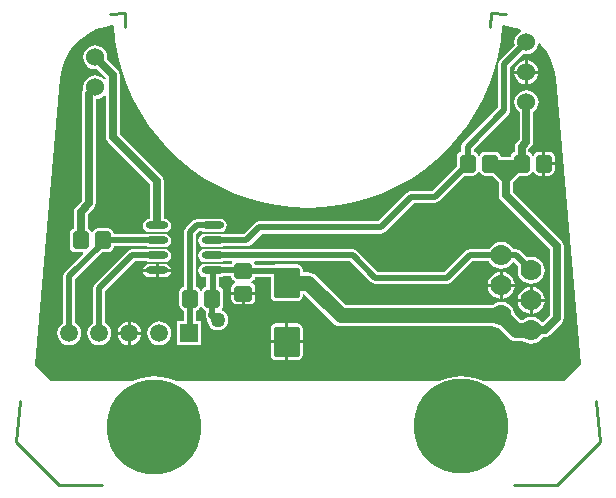
<source format=gtl>
%FSTAX26Y26*%
%MOIN*%
%SFA1B1*%

%IPPOS*%
%AMD10*
4,1,8,0.043300,-0.042500,0.043300,0.042500,0.034600,0.051200,-0.034600,0.051200,-0.043300,0.042500,-0.043300,-0.042500,-0.034600,-0.051200,0.034600,-0.051200,0.043300,-0.042500,0.0*
1,1,0.017320,0.034600,-0.042500*
1,1,0.017320,0.034600,0.042500*
1,1,0.017320,-0.034600,0.042500*
1,1,0.017320,-0.034600,-0.042500*
%
%AMD11*
4,1,8,-0.025600,0.021800,-0.025600,-0.021800,-0.017900,-0.029500,0.017900,-0.029500,0.025600,-0.021800,0.025600,0.021800,0.017900,0.029500,-0.017900,0.029500,-0.025600,0.021800,0.0*
1,1,0.015360,-0.017900,0.021800*
1,1,0.015360,-0.017900,-0.021800*
1,1,0.015360,0.017900,-0.021800*
1,1,0.015360,0.017900,0.021800*
%
%AMD13*
4,1,8,0.021800,0.025600,-0.021800,0.025600,-0.029500,0.017900,-0.029500,-0.017900,-0.021800,-0.025600,0.021800,-0.025600,0.029500,-0.017900,0.029500,0.017900,0.021800,0.025600,0.0*
1,1,0.015360,0.021800,0.017900*
1,1,0.015360,-0.021800,0.017900*
1,1,0.015360,-0.021800,-0.017900*
1,1,0.015360,0.021800,-0.017900*
%
G04~CAMADD=10~8~0.0~0.0~1023.6~866.1~86.6~0.0~15~0.0~0.0~0.0~0.0~0~0.0~0.0~0.0~0.0~0~0.0~0.0~0.0~270.0~867.0~1024.0*
%ADD10D10*%
G04~CAMADD=11~8~0.0~0.0~590.6~511.8~76.8~0.0~15~0.0~0.0~0.0~0.0~0~0.0~0.0~0.0~0.0~0~0.0~0.0~0.0~90.0~512.0~591.0*
%ADD11D11*%
%ADD12O,0.074800X0.023620*%
G04~CAMADD=13~8~0.0~0.0~590.6~511.8~76.8~0.0~15~0.0~0.0~0.0~0.0~0~0.0~0.0~0.0~0.0~0~0.0~0.0~0.0~0.0~590.6~511.8*
%ADD13D13*%
%ADD14C,0.025000*%
%ADD15C,0.020000*%
%ADD16C,0.150000*%
%ADD17C,0.050000*%
%ADD18C,0.010000*%
%ADD19R,0.060000X0.035000*%
%ADD20C,0.060000*%
%ADD21R,0.059060X0.059060*%
%ADD22C,0.059060*%
%ADD23C,0.314960*%
%ADD24C,0.125200*%
%ADD25C,0.070000*%
%ADD26C,0.050000*%
%LNunisolder_sensor-1*%
%LPD*%
G36*
X0120241Y0357884D02*
X0120727Y0353118D01*
X0121656Y0348045*
X0122985Y0343062*
X0124704Y03382*
X0126804Y0333489*
X0129271Y032896*
X0132089Y0324641*
X0135241Y0320559*
X0138707Y031674*
X0142465Y0313209*
X0146491Y0309986*
X015076Y0307093*
X0155246Y0304547*
X0159919Y0302366*
X016475Y0300562*
X016971Y0299147*
X0174766Y029813*
X0179886Y0297517*
X0185039Y0297312*
X0190192Y0297517*
X0195313Y029813*
X0200369Y0299147*
X0205328Y0300562*
X021016Y0302366*
X0214833Y0304547*
X0219318Y0307093*
X0223587Y0309986*
X0227614Y0313209*
X0231372Y031674*
X0234838Y0320559*
X023799Y0324641*
X0240808Y032896*
X0243275Y0333489*
X0245375Y03382*
X0247094Y0343062*
X0248423Y0348045*
X0249352Y0353118*
X0249838Y0357884*
X0250236Y0358186*
X0252833Y0357738*
X0255679Y0356784*
X0256059Y0356588*
X0256038Y0356089*
X0255857Y0356014*
X0255021Y0355373*
X025438Y0354537*
X0253977Y0353564*
X0253839Y035252*
X0253973Y0351503*
X0249058Y0346588*
X0248616Y0345926*
X0248461Y0345146*
Y0330845*
X0236818Y0319202*
X0236376Y031854*
X0236221Y031776*
Y0315938*
X0235779Y031585*
X0235194Y0315459*
X0234803Y0314875*
X0234666Y0314185*
Y031129*
X0226415Y0303039*
X02195*
X021872Y0302884*
X0218058Y0302442*
X0208455Y0292839*
X01688*
X016802Y0292684*
X0167358Y0292242*
X0163655Y0288539*
X0156685*
X0156662Y0288555*
X0155811Y0288724*
X0150693*
X0149842Y0288555*
X014912Y0288072*
X0148638Y0287351*
X0148469Y02865*
X0148638Y0285649*
X014912Y0284928*
X0149842Y0284445*
X0150693Y0284276*
X0155811*
X0156662Y0284445*
X0156685Y0284461*
X01645*
X016528Y0284616*
X0165942Y0285058*
X0169645Y0288761*
X02093*
X021008Y0288916*
X0210742Y0289358*
X0220345Y0298961*
X022726*
X022804Y0299116*
X0228702Y0299558*
X0237156Y0308013*
X0240051*
X0240741Y030815*
X0241326Y0308541*
X0241716Y0309125*
X024175Y0309295*
X024225*
X0242284Y0309125*
X0242674Y0308541*
X0243259Y030815*
X0243949Y0308013*
X0246483*
X0248706Y030579*
Y03015*
X0248881Y0300622*
X0249378Y0299878*
X0265706Y028355*
Y026145*
X0263523Y0259267*
X0263024Y02593*
X0262709Y0259709*
X0261769Y0260431*
X0260675Y0260884*
X02595Y0261039*
X0258325Y0260884*
X0257231Y0260431*
X0256709Y026003*
X0255962*
X025397Y0262022*
X0253884Y0262675*
X0253431Y0263769*
X0252709Y0264709*
X0251769Y0265431*
X0250675Y0265884*
X02495Y0266039*
X0248325Y0265884*
X0247231Y0265431*
X0246709Y026503*
X0197462*
X0187654Y0274839*
X0186923Y02754*
X0186071Y0275752*
X0185158Y0275873*
X0183367*
Y0276594*
X0183222Y0277323*
X018281Y027794*
X0182193Y0278352*
X0181465Y0278497*
X0174535*
X0173807Y0278352*
X0173698Y0278279*
X0167438*
X016735Y0278721*
X0167151Y027902*
X0167386Y0279461*
X0199155*
X0206058Y0272558*
X020672Y0272116*
X02075Y0271961*
X02315*
X023228Y0272116*
X0232942Y0272558*
X0239845Y0279461*
X0245474*
X0245569Y0279231*
X0246291Y0278291*
X0247231Y0277569*
X0248325Y0277116*
X02495Y0276961*
X0250675Y0277116*
X0251769Y0277569*
X0252709Y0278291*
X0253397Y0279187*
X0253517Y0279195*
X0254207Y0278909*
X0255211Y0277905*
X0255116Y0277675*
X0254961Y02765*
X0255116Y0275325*
X0255569Y0274231*
X0256291Y0273291*
X0257231Y0272569*
X0258325Y0272116*
X02595Y0271961*
X0260675Y0272116*
X0261769Y0272569*
X0262709Y0273291*
X0263431Y0274231*
X0263884Y0275325*
X0264039Y02765*
X0263884Y0277675*
X0263431Y0278769*
X0262709Y0279709*
X0261769Y0280431*
X0260675Y0280884*
X02595Y0281039*
X0258325Y0280884*
X0258095Y0280789*
X0255942Y0282942*
X025528Y0283384*
X02545Y0283539*
X0253526*
X0253431Y0283769*
X0252709Y0284709*
X0251769Y0285431*
X0250675Y0285884*
X02495Y0286039*
X0248325Y0285884*
X0247231Y0285431*
X0246291Y0284709*
X0245569Y0283769*
X0245474Y0283539*
X0239*
X023822Y0283384*
X0237558Y0282942*
X0230655Y0276039*
X0208345*
X0201442Y0282942*
X020078Y0283384*
X02Y0283539*
X0156685*
X0156662Y0283555*
X0155811Y0283724*
X0150693*
X0149842Y0283555*
X014912Y0283072*
X0148638Y0282351*
X0148469Y02815*
X0148638Y0280649*
X014912Y0279927*
X0149842Y0279445*
X0150693Y0279276*
X0155811*
X0156662Y0279445*
X0156685Y0279461*
X0159614*
X0159849Y027902*
X015965Y0278721*
X0159614Y0278539*
X0156685*
X0156662Y0278555*
X0155811Y0278724*
X0150693*
X0149842Y0278555*
X014912Y0278073*
X0148638Y0277351*
X0148469Y02765*
X0148638Y0275649*
X014912Y0274927*
X0149842Y0274445*
X0150693Y0274276*
X0151213*
Y027094*
X0150759Y027085*
X0150174Y027046*
X0149784Y0269875*
X014975Y0269706*
X014925*
X0149216Y0269875*
X0148826Y027046*
X0148241Y027085*
X0147799Y0270938*
Y0288415*
X0148845Y0289461*
X0149819*
X0149842Y0289445*
X0150693Y0289276*
X0155811*
X0156662Y0289445*
X0157384Y0289928*
X0157866Y0290649*
X0158035Y02915*
X0157866Y0292351*
X0157384Y0293073*
X0156662Y0293555*
X0155811Y0293724*
X0150693*
X0149842Y0293555*
X0149819Y0293539*
X0148*
X014722Y0293384*
X0146558Y0292942*
X0144318Y0290702*
X0143876Y029004*
X0143721Y028926*
Y0270938*
X0143279Y027085*
X0142694Y027046*
X0142303Y0269875*
X0142166Y0269185*
Y0264815*
X0142303Y0264125*
X0142694Y0263541*
X0143279Y026315*
X0143721Y0263062*
Y0259453*
X0141547*
Y0251547*
X0149453*
Y0259453*
X0147799*
Y0263062*
X0148241Y026315*
X0148826Y0263541*
X0149216Y0264125*
X014925Y0264295*
X014975*
X0149784Y0264125*
X0150174Y0263541*
X0150759Y026315*
X0150939Y0263114*
X015113Y0262652*
X0151121Y0262638*
X0150946Y026176*
X0151121Y0260882*
X0151509Y02603*
X015147Y026*
X015159Y0259086*
X0151943Y0258235*
X0152504Y0257504*
X0153235Y0256943*
X0154086Y025659*
X0155Y025647*
X0155914Y025659*
X0156765Y0256943*
X0157496Y0257504*
X0158057Y0258235*
X015841Y0259086*
X015853Y026*
X015841Y0260914*
X0158057Y0261765*
X0157496Y0262496*
X0156765Y0263057*
X0156517Y026316*
X0156371Y0263639*
X0156697Y0264125*
X0156834Y0264815*
Y0269185*
X0156697Y0269875*
X0156306Y027046*
X0155721Y027085*
X0155291Y0270936*
Y0274276*
X0155811*
X0156662Y0274445*
X0156685Y0274461*
X0159513*
Y0274449*
X015965Y0273759*
X016004Y0273174*
X0160625Y0272784*
X0160794Y027275*
Y027225*
X0160625Y0272216*
X016004Y0271826*
X015965Y0271241*
X0159513Y0270551*
Y026926*
X0167487*
Y0270551*
X016735Y0271241*
X016696Y0271826*
X0166375Y0272216*
X0166206Y027225*
Y027275*
X0166375Y0272784*
X016696Y0273174*
X016735Y0273759*
X0167438Y0274201*
X0172633*
Y0268091*
X0172778Y0267362*
X017319Y0266745*
X0173807Y0266333*
X0174535Y0266188*
X0181465*
X0182193Y0266333*
X018281Y0266745*
X0183222Y0267362*
X0183367Y0268091*
Y0268487*
X0183829Y0268678*
X0193504Y0259004*
X0194235Y0258443*
X0195086Y025809*
X0196Y025797*
X0246709*
X0247231Y0257569*
X0248325Y0257116*
X0248978Y025703*
X0252004Y0254004*
X0252735Y0253443*
X0253586Y025309*
X02545Y025297*
X0256709*
X0257231Y0252569*
X0258325Y0252116*
X02595Y0251961*
X0260675Y0252116*
X0261769Y0252569*
X0262709Y0253291*
X0263412Y0254206*
X0264*
X0264878Y025438*
X0265622Y0254878*
X0269622Y0258878*
X027012Y0259622*
X0270294Y02605*
Y02845*
X027012Y0285378*
X0269622Y0286122*
X0253294Y030245*
Y030579*
X0255517Y0308013*
X0258051*
X0258741Y030815*
X0259326Y0308541*
X0259716Y0309125*
X025975Y0309295*
X026025*
X0260284Y0309125*
X0260674Y0308541*
X0261259Y030815*
X0261949Y0308013*
X026324*
Y0312*
Y0315987*
X0261949*
X0261259Y031585*
X0260674Y0315459*
X0260284Y0314875*
X026025Y0314705*
X025975*
X0259716Y0314875*
X0259326Y0315459*
X0258741Y031585*
X0258554Y0315887*
Y031681*
X0259496Y0317752*
X0259994Y0318496*
X0260168Y0319374*
Y0329238*
X0260727Y0329667*
X0261368Y0330502*
X0261771Y0331475*
X0261909Y033252*
X0261771Y0333564*
X0261368Y0334537*
X0260727Y0335372*
X0259891Y0336014*
X0258918Y0336417*
X0257874Y0336554*
X025683Y0336417*
X0255857Y0336014*
X0255021Y0335372*
X025438Y0334537*
X0253977Y0333564*
X0253839Y033252*
X0253977Y0331475*
X025438Y0330502*
X0255021Y0329667*
X025558Y0329238*
Y0320324*
X0254638Y0319382*
X025414Y0318638*
X0253966Y031776*
Y0315887*
X0253779Y031585*
X0253194Y0315459*
X0252803Y0314875*
X0252688Y0314294*
X0249312*
X0249197Y0314875*
X0248806Y0315459*
X0248221Y031585*
X0247532Y0315987*
X0243949*
X0243259Y031585*
X0242674Y0315459*
X0242284Y0314875*
X024225Y0314705*
X024175*
X0241716Y0314875*
X0241326Y0315459*
X0240741Y031585*
X0240299Y0315938*
Y0316915*
X0251942Y0328558*
X0252384Y032922*
X0252539Y033*
Y0344301*
X0256857Y0348619*
X0257874Y0348485*
X0258918Y0348623*
X0259891Y0349026*
X0260727Y0349667*
X0261368Y0350502*
X0261771Y0351476*
X0261835Y0351961*
X0262308Y0352122*
X0262905Y035153*
X026469Y0349117*
X0266088Y0346461*
X0267065Y0343623*
X0267599Y0340669*
X0276Y0245*
X02705Y02395*
X0243614*
X0242643Y0239979*
X0240564Y0240685*
X0238411Y0241113*
X0236221Y0241256*
X023403Y0241113*
X0231876Y0240685*
X0229798Y0239979*
X0228827Y02395*
X0141124*
X0140281Y0239916*
X0138202Y0240621*
X0136049Y024105*
X0133858Y0241193*
X0131667Y024105*
X0129514Y0240621*
X0127435Y0239916*
X0126592Y02395*
X00995*
X0094Y0245*
X0102479Y0340669*
X0103014Y0343623*
X0103991Y0346461*
X0105388Y0349117*
X0107173Y035153*
X0109304Y0353644*
X0111732Y0355409*
X01144Y0356784*
X0117246Y0357738*
X0119843Y0358186*
X0120241Y0357884*
G37*
%LNunisolder_sensor-2*%
%LPC*%
G36*
X0126Y0259421D02*
Y0256D01*
X0129421*
X0129351Y0256532*
X0128953Y0257493*
X0128319Y0258319*
X0127493Y0258953*
X0126532Y0259351*
X0126Y0259421*
G37*
G36*
X0259Y0266D02*
X0255027D01*
X0255116Y0265325*
X0255569Y0264231*
X0256291Y0263291*
X0257231Y0262569*
X0258325Y0262116*
X0259Y0262027*
Y0266*
G37*
G36*
X0181465Y0258812D02*
X01785D01*
Y0253157*
X0183367*
Y0256909*
X0183222Y0257638*
X018281Y0258255*
X0182193Y0258667*
X0181465Y0258812*
G37*
G36*
X0125Y0259421D02*
X0124468Y0259351D01*
X0123507Y0258953*
X0122681Y0258319*
X0122047Y0257493*
X0121649Y0256532*
X0121579Y0256*
X0125*
Y0259421*
G37*
G36*
X0263973Y0266D02*
X026D01*
Y0262027*
X0260675Y0262116*
X0261769Y0262569*
X0262709Y0263291*
X0263431Y0264231*
X0263884Y0265325*
X0263973Y0266*
G37*
G36*
X0259Y0270973D02*
X0258325Y0270884D01*
X0257231Y0270431*
X0256291Y0269709*
X0255569Y0268769*
X0255116Y0267675*
X0255027Y0267*
X0259*
Y0270973*
G37*
G36*
X026D02*
Y0267D01*
X0263973*
X0263884Y0267675*
X0263431Y0268769*
X0262709Y0269709*
X0261769Y0270431*
X0260675Y0270884*
X026Y0270973*
G37*
G36*
X0163Y026826D02*
X0159513D01*
Y0266968*
X015965Y0266279*
X016004Y0265694*
X0160625Y0265303*
X0161315Y0265166*
X0163*
Y026826*
G37*
G36*
X0167487D02*
X0164D01*
Y0265166*
X0165685*
X0166375Y0265303*
X016696Y0265694*
X016735Y0266279*
X0167487Y0266968*
Y026826*
G37*
G36*
X01775Y0258812D02*
X0174535D01*
X0173807Y0258667*
X017319Y0258255*
X0172778Y0257638*
X0172633Y0256909*
Y0253157*
X01775*
Y0258812*
G37*
G36*
Y0252157D02*
X0172633D01*
Y0248406*
X0172778Y0247677*
X017319Y024706*
X0173807Y0246648*
X0174535Y0246503*
X01775*
Y0252157*
G37*
G36*
X0183367D02*
X01785D01*
Y0246503*
X0181465*
X0182193Y0246648*
X018281Y024706*
X0183222Y0247677*
X0183367Y0248406*
Y0252157*
G37*
G36*
X0224Y02485D02*
X0217254D01*
X0217345Y0247577*
X021776Y0246208*
X0218435Y0244947*
X0219342Y0243842*
X0220447Y0242934*
X0221708Y024226*
X0223077Y0241845*
X0224Y0241754*
Y02485*
G37*
G36*
X0231746D02*
X0225D01*
Y0241754*
X0225923Y0241845*
X0227292Y024226*
X0228553Y0242934*
X0229658Y0243842*
X0230566Y0244947*
X023124Y0246208*
X0231655Y0247577*
X0231746Y02485*
G37*
G36*
X0224Y0256246D02*
X0223077Y0256155D01*
X0221708Y025574*
X0220447Y0255065*
X0219342Y0254158*
X0218435Y0253053*
X021776Y0251792*
X0217345Y0250423*
X0217254Y02495*
X0224*
Y0256246*
G37*
G36*
X0125Y0255D02*
X0121579D01*
X0121649Y0254468*
X0122047Y0253507*
X0122681Y0252681*
X0123507Y0252047*
X0124468Y0251649*
X0125Y0251579*
Y0255*
G37*
G36*
X0129421D02*
X0126D01*
Y0251579*
X0126532Y0251649*
X0127493Y0252047*
X0128319Y0252681*
X0128953Y0253507*
X0129351Y0254468*
X0129421Y0255*
G37*
G36*
X0225Y0256246D02*
Y02495D01*
X0231746*
X0231655Y0250423*
X023124Y0251792*
X0230566Y0253053*
X0229658Y0254158*
X0228553Y0255065*
X0227292Y025574*
X0225923Y0256155*
X0225Y0256246*
G37*
G36*
X01355Y0259487D02*
X0134468Y0259351D01*
X0133507Y0258953*
X0132681Y0258319*
X0132047Y0257493*
X0131649Y0256532*
X0131513Y02555*
X0131649Y0254468*
X0132047Y0253507*
X0132681Y0252681*
X0133507Y0252047*
X0134468Y0251649*
X01355Y0251513*
X0136532Y0251649*
X0137493Y0252047*
X0138319Y0252681*
X0138953Y0253507*
X0139351Y0254468*
X0139487Y02555*
X0139351Y0256532*
X0138953Y0257493*
X0138319Y0258319*
X0137493Y0258953*
X0136532Y0259351*
X01355Y0259487*
G37*
G36*
X0267334Y03115D02*
X026424D01*
Y0308013*
X0265531*
X0266221Y030815*
X0266806Y0308541*
X0267197Y0309125*
X0267334Y0309815*
Y03115*
G37*
G36*
X0265531Y0315987D02*
X026424D01*
Y03125*
X0267334*
Y0314185*
X0267197Y0314875*
X0266806Y0315459*
X0266221Y031585*
X0265531Y0315987*
G37*
G36*
X0225Y0296246D02*
Y02895D01*
X0231746*
X0231655Y0290423*
X023124Y0291792*
X0230566Y0293053*
X0229658Y0294158*
X0228553Y0295065*
X0227292Y029574*
X0225923Y0296155*
X0225Y0296246*
G37*
G36*
X0231746Y02885D02*
X0225D01*
Y0281754*
X0225923Y0281845*
X0227292Y028226*
X0228553Y0282934*
X0229658Y0283842*
X0230566Y0284947*
X023124Y0286208*
X0231655Y0287577*
X0231746Y02885*
G37*
G36*
X0224Y0296246D02*
X0223077Y0296155D01*
X0221708Y029574*
X0220447Y0295065*
X0219342Y0294158*
X0218435Y0293053*
X021776Y0291792*
X0217345Y0290423*
X0217254Y02895*
X0224*
Y0296246*
G37*
G36*
X0257374Y0346488D02*
X025683Y0346417D01*
X0255857Y0346014*
X0255021Y0345373*
X025438Y0344537*
X0253977Y0343564*
X0253905Y034302*
X0257374*
Y0346488*
G37*
G36*
X0258374D02*
Y034302D01*
X0261843*
X0261771Y0343564*
X0261368Y0344537*
X0260727Y0345373*
X0259891Y0346014*
X0258918Y0346417*
X0258374Y0346488*
G37*
G36*
X0114173Y0351554D02*
X0113129Y0351417D01*
X0112156Y0351014*
X011132Y0350373*
X0110679Y0349537*
X0110276Y0348564*
X0110139Y034752*
X0110276Y0346476*
X0110679Y0345502*
X011132Y0344667*
X0112156Y0344026*
X0113129Y0343623*
X0114173Y0343485*
X0114872Y0343577*
X0117706Y0340743*
Y0340264*
X0117232Y0340104*
X0117026Y0340372*
X0116191Y0341014*
X0115217Y0341417*
X0114173Y0341554*
X0113129Y0341417*
X0112156Y0341014*
X011132Y0340372*
X0110679Y0339537*
X0110276Y0338564*
X0110139Y033752*
X0110239Y033676*
X010988Y0336224*
X0109706Y0335347*
Y029975*
X0107678Y0297722*
X0107181Y0296978*
X0107006Y02961*
Y0290395*
X0106779Y029035*
X0106194Y028996*
X0105803Y0289375*
X0105666Y0288685*
Y0284315*
X0105803Y0283625*
X0106194Y028304*
X0106779Y028265*
X0107468Y0282513*
X0109979*
X0110171Y0282051*
X0104058Y0275938*
X0103616Y0275276*
X0103461Y0274496*
Y0258918*
X0102681Y0258319*
X0102047Y0257493*
X0101649Y0256532*
X0101513Y02555*
X0101649Y0254468*
X0102047Y0253507*
X0102681Y0252681*
X0103507Y0252047*
X0104468Y0251649*
X01055Y0251513*
X0106532Y0251649*
X0107493Y0252047*
X0108319Y0252681*
X0108953Y0253507*
X0109351Y0254468*
X0109487Y02555*
X0109351Y0256532*
X0108953Y0257493*
X0108319Y0258319*
X0107539Y0258918*
Y0273651*
X01164Y0282513*
X0118532*
X0119221Y028265*
X0119806Y028304*
X0120197Y0283625*
X0120334Y0284315*
Y0284461*
X0131315*
X0131338Y0284445*
X0132189Y0284276*
X0137307*
X0138158Y0284445*
X013888Y0284928*
X0139362Y0285649*
X0139531Y02865*
X0139362Y0287351*
X013888Y0288072*
X0138158Y0288555*
X0137307Y0288724*
X0132189*
X0131338Y0288555*
X0131315Y0288539*
X0120334*
Y0288685*
X0120197Y0289375*
X0119806Y028996*
X0119221Y029035*
X0118532Y0290487*
X0114949*
X0114259Y029035*
X0113674Y028996*
X0113284Y0289375*
X011325Y0289206*
X011275*
X0112716Y0289375*
X0112326Y028996*
X0111741Y029035*
X0111594Y0290379*
Y029515*
X0113622Y0297178*
X011412Y0297922*
X0114294Y02988*
Y0333501*
X0115217Y0333623*
X0116191Y0334026*
X0117026Y0334667*
X0117232Y0334936*
X0117706Y0334775*
Y0321*
X011788Y0320122*
X0118378Y0319378*
X0132454Y0305302*
Y0293724*
X0132189*
X0131338Y0293555*
X0130616Y0293073*
X0130134Y0292351*
X0129965Y02915*
X0130134Y0290649*
X0130616Y0289928*
X0131338Y0289445*
X0132189Y0289276*
X0137307*
X0138158Y0289445*
X013888Y0289928*
X0139362Y0290649*
X0139531Y02915*
X0139362Y0292351*
X013888Y0293073*
X0138158Y0293555*
X0137307Y0293724*
X0137042*
Y0306252*
X0136867Y030713*
X013637Y0307874*
X0122294Y032195*
Y0341693*
X0122119Y0342571*
X0121622Y0343315*
X0118116Y0346821*
X0118208Y034752*
X011807Y0348564*
X0117667Y0349537*
X0117026Y0350373*
X0116191Y0351014*
X0115217Y0351417*
X0114173Y0351554*
G37*
G36*
X0257374Y034202D02*
X0253905D01*
X0253977Y0341476*
X025438Y0340502*
X0255021Y0339667*
X0255857Y0339026*
X025683Y0338623*
X0257374Y0338551*
Y034202*
G37*
G36*
X0261843D02*
X0258374D01*
Y0338551*
X0258918Y0338623*
X0259891Y0339026*
X0260727Y0339667*
X0261368Y0340502*
X0261771Y0341476*
X0261843Y034202*
G37*
G36*
X025Y0275973D02*
Y0272D01*
X0253973*
X0253884Y0272675*
X0253431Y0273769*
X0252709Y0274709*
X0251769Y0275431*
X0250675Y0275884*
X025Y0275973*
G37*
G36*
X0134248Y0276D02*
X0130065D01*
X0130134Y0275649*
X0130616Y0274927*
X0131338Y0274445*
X0132189Y0274276*
X0134248*
Y0276*
G37*
G36*
X0249Y0275973D02*
X0248325Y0275884D01*
X0247231Y0275431*
X0246291Y0274709*
X0245569Y0273769*
X0245116Y0272675*
X0245027Y0272*
X0249*
Y0275973*
G37*
G36*
Y0271D02*
X0245027D01*
X0245116Y0270325*
X0245569Y0269231*
X0246291Y0268291*
X0247231Y0267569*
X0248325Y0267116*
X0249Y0267027*
Y0271*
G37*
G36*
X0253973D02*
X025D01*
Y0267027*
X0250675Y0267116*
X0251769Y0267569*
X0252709Y0268291*
X0253431Y0269231*
X0253884Y0270325*
X0253973Y0271*
G37*
G36*
X0137307Y0283724D02*
X0132189D01*
X0131338Y0283555*
X0131315Y0283539*
X01265*
X012572Y0283384*
X0125058Y0282942*
X0114058Y0271942*
X0113616Y027128*
X0113461Y02705*
Y0258918*
X0112681Y0258319*
X0112047Y0257493*
X0111649Y0256532*
X0111513Y02555*
X0111649Y0254468*
X0112047Y0253507*
X0112681Y0252681*
X0113507Y0252047*
X0114468Y0251649*
X01155Y0251513*
X0116532Y0251649*
X0117493Y0252047*
X0118319Y0252681*
X0118953Y0253507*
X0119351Y0254468*
X0119487Y02555*
X0119351Y0256532*
X0118953Y0257493*
X0118319Y0258319*
X0117539Y0258918*
Y0269655*
X0127345Y0279461*
X0131315*
X0131338Y0279445*
X0132189Y0279276*
X0137307*
X0138158Y0279445*
X013888Y0279927*
X0139362Y0280649*
X0139531Y02815*
X0139362Y0282351*
X013888Y0283072*
X0138158Y0283555*
X0137307Y0283724*
G37*
G36*
X0224Y02885D02*
X0217254D01*
X0217345Y0287577*
X021776Y0286208*
X0218435Y0284947*
X0219342Y0283842*
X0220447Y0282934*
X0221708Y028226*
X0223077Y0281845*
X0224Y0281754*
Y02885*
G37*
G36*
X0137307Y0278724D02*
X0135248D01*
Y0277*
X0139431*
X0139362Y0277351*
X013888Y0278073*
X0138158Y0278555*
X0137307Y0278724*
G37*
G36*
X0139431Y0276D02*
X0135248D01*
Y0274276*
X0137307*
X0138158Y0274445*
X013888Y0274927*
X0139362Y0275649*
X0139431Y0276*
G37*
G36*
X0134248Y0278724D02*
X0132189D01*
X0131338Y0278555*
X0130616Y0278073*
X0130134Y0277351*
X0130065Y0277*
X0134248*
Y0278724*
G37*
%LNunisolder_sensor-3*%
%LPD*%
G54D10*
X0178Y0272342D03*
Y0252658D03*
G54D11*
X025626Y0312D03*
X026374D03*
X024574D03*
X023826D03*
X015324Y0267D03*
X014576D03*
X011674Y02865D03*
X010926D03*
G54D12*
X0153252Y02765D03*
Y02815D03*
Y02865D03*
Y02915D03*
X0134748Y02765D03*
Y02815D03*
Y02865D03*
Y02915D03*
G54D13*
X01635Y027624D03*
Y026876D03*
G54D14*
X010926Y02865D02*
X01093Y028654D01*
Y02961*
X0112Y02988*
X015324Y026176D02*
X0155Y026D01*
X0268Y02605D02*
Y02845D01*
X0251Y03015D02*
X0268Y02845D01*
X0251Y03015D02*
Y030674D01*
X0114173Y034752D02*
X012Y0341693D01*
Y0321D02*
Y0341693D01*
Y0321D02*
X0134748Y0306252D01*
X0264Y02565D02*
X0268Y02605D01*
X02595Y02565D02*
X0264D01*
X011674Y0285736D02*
Y02865D01*
X0134748Y02925D02*
Y0306252D01*
X0112Y0335347D02*
X0114173Y033752D01*
X0112Y02988D02*
Y0335347D01*
X0257874Y0319374D02*
Y033252D01*
X025626Y031776D02*
X0257874Y0319374D01*
X025626Y0312D02*
Y031776D01*
X024574Y0312D02*
X025626D01*
X0251Y030674D02*
D01*
X025626Y0312D01*
X024574D02*
X0251Y030674D01*
G54D15*
X02093Y02908D02*
X02195Y0301D01*
X01688Y02908D02*
X02093D01*
X01645Y02865D02*
X01688Y02908D01*
X01265Y02815D02*
X0134748D01*
X01155Y02705D02*
X01265Y02815D01*
X01155Y02555D02*
Y02705D01*
X015324Y026176D02*
Y0267D01*
X02195Y0301D02*
X022726D01*
X02505Y0345146D02*
X0257874Y035252D01*
X02505Y033D02*
Y0345146D01*
X023826Y031776D02*
X02505Y033D01*
X02075Y0274D02*
X02315D01*
X02Y02815D02*
X02075Y0274D01*
X0153252Y02815D02*
X02D01*
X01455Y02555D02*
X014576Y025576D01*
Y0267*
X01055Y0274496D02*
X011674Y0285736D01*
X01055Y02555D02*
Y0274496D01*
X011674Y02865D02*
X0134748D01*
X023826Y0312D02*
Y031776D01*
X022726Y0301D02*
X023826Y0312D01*
X0153252Y02865D02*
X01645D01*
X02315Y0274D02*
X0239Y02815D01*
X02545*
X02595Y02765*
X0174102Y027624D02*
X0178Y0272342D01*
X01635Y027624D02*
X0174102D01*
X015324Y0267D02*
X0153252Y0267012D01*
Y02765*
X016324D02*
X01635Y027624D01*
X0153252Y02765D02*
X016324D01*
X0148Y02915D02*
X0153252D01*
X014576Y028926D02*
X0148Y02915D01*
X014576Y0267D02*
Y028926D01*
G54D16*
X022275Y0249D02*
X022625D01*
X0223Y0289D02*
X02265D01*
G54D17*
X02545Y02565D02*
X02595D01*
X02495Y02615D02*
X02545Y02565D01*
X0196Y02615D02*
X02495D01*
X0185158Y0272342D02*
X0196Y02615D01*
X0178Y0272342D02*
X0185158D01*
G54D18*
X0087797Y0219265D02*
X0089002Y0232974D01*
X0102006Y0205074D02*
X0116506D01*
X0087806Y0219274D02*
X0102006Y0205074D01*
X02536Y02051D02*
X02681D01*
X02823Y02193*
X02811Y0233D02*
X0282305Y0219291D01*
X0119Y03621D02*
X0124Y03623D01*
X01242Y03575*
X02461Y03623D02*
X02511Y03621D01*
X02459Y03575D02*
X02461Y03623D01*
G54D19*
X0251Y031025D03*
G54D20*
X0114173Y033752D03*
Y034752D03*
X0257874Y033252D03*
Y034252D03*
Y035252D03*
G54D21*
X01455Y02555D03*
G54D22*
X01355Y02555D03*
X01255D03*
X01155D03*
X01055D03*
G54D23*
X0236221Y0224472D03*
X0133858Y022441D03*
G54D24*
X02245Y0289D03*
Y0249D03*
G54D25*
X02495Y02815D03*
X02595Y02765D03*
X02495Y02715D03*
X02595Y02665D03*
X02495Y02615D03*
X02595Y02565D03*
G54D26*
X0192Y02537D03*
X0164Y02569D03*
X00993Y02615D03*
X01722Y02861D03*
X02456Y03321D03*
X02246Y03065D03*
X02061Y02969D03*
X021Y02828D03*
X0105Y0335D03*
X0127Y03241D03*
X01423Y0295D03*
X01626Y02957D03*
X021Y0255D03*
X01969Y02726D03*
X02233Y02685D03*
X0256Y02872D03*
X02414Y03018D03*
X025Y032D03*
X02645Y03239D03*
X02625Y03022D03*
X01247Y02949D03*
X01183Y0313D03*
X01042Y03101D03*
X01015Y02805D03*
X01851Y02622D03*
X0172Y02623D03*
X026Y0245D03*
X024D03*
X02D03*
X016D03*
X014D03*
X012D03*
X01D03*
X0116Y02783D03*
X01105Y0266D03*
X01215Y02635D03*
X0138Y027D03*
X0129921Y0271654D03*
X0155Y026D03*
M02*
</source>
